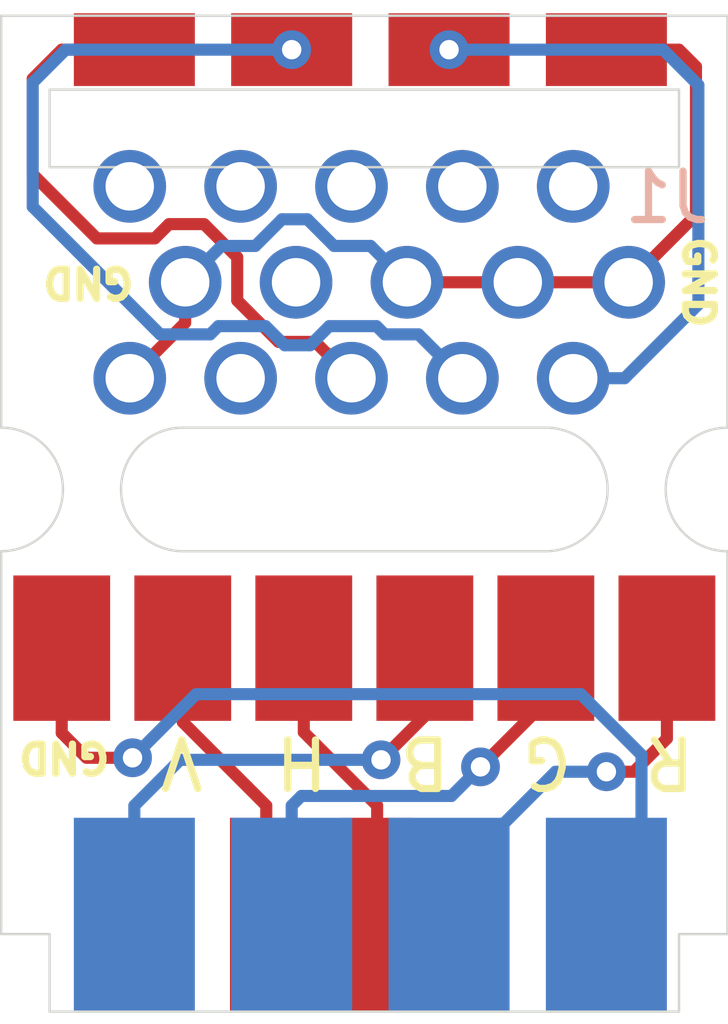
<source format=kicad_pcb>
(kicad_pcb (version 20171130) (host pcbnew "(5.1.5)-3")

  (general
    (thickness 1.6)
    (drawings 24)
    (tracks 85)
    (zones 0)
    (modules 29)
    (nets 12)
  )

  (page A4)
  (layers
    (0 F.Cu signal)
    (31 B.Cu signal)
    (32 B.Adhes user)
    (33 F.Adhes user)
    (34 B.Paste user)
    (35 F.Paste user)
    (36 B.SilkS user)
    (37 F.SilkS user)
    (38 B.Mask user)
    (39 F.Mask user)
    (40 Dwgs.User user)
    (41 Cmts.User user)
    (42 Eco1.User user)
    (43 Eco2.User user)
    (44 Edge.Cuts user)
    (45 Margin user)
    (46 B.CrtYd user)
    (47 F.CrtYd user)
    (48 B.Fab user hide)
    (49 F.Fab user hide)
  )

  (setup
    (last_trace_width 0.25)
    (trace_clearance 0.2)
    (zone_clearance 0.508)
    (zone_45_only no)
    (trace_min 0.2)
    (via_size 0.8)
    (via_drill 0.4)
    (via_min_size 0.4)
    (via_min_drill 0.3)
    (uvia_size 0.3)
    (uvia_drill 0.1)
    (uvias_allowed no)
    (uvia_min_size 0.2)
    (uvia_min_drill 0.1)
    (edge_width 0.05)
    (segment_width 0.2)
    (pcb_text_width 0.3)
    (pcb_text_size 1.5 1.5)
    (mod_edge_width 0.12)
    (mod_text_size 1 1)
    (mod_text_width 0.15)
    (pad_size 2 3)
    (pad_drill 0)
    (pad_to_mask_clearance 0.051)
    (solder_mask_min_width 0.25)
    (aux_axis_origin 0 0)
    (visible_elements 7FFFFFFF)
    (pcbplotparams
      (layerselection 0x010fc_ffffffff)
      (usegerberextensions true)
      (usegerberattributes false)
      (usegerberadvancedattributes false)
      (creategerberjobfile false)
      (excludeedgelayer true)
      (linewidth 0.100000)
      (plotframeref false)
      (viasonmask false)
      (mode 1)
      (useauxorigin false)
      (hpglpennumber 1)
      (hpglpenspeed 20)
      (hpglpendiameter 15.000000)
      (psnegative false)
      (psa4output false)
      (plotreference true)
      (plotvalue true)
      (plotinvisibletext false)
      (padsonsilk false)
      (subtractmaskfromsilk false)
      (outputformat 1)
      (mirror false)
      (drillshape 0)
      (scaleselection 1)
      (outputdirectory "Gerber/"))
  )

  (net 0 "")
  (net 1 GND)
  (net 2 RED)
  (net 3 GREEN)
  (net 4 BLUE)
  (net 5 "Net-(J1-Pad4)")
  (net 6 "Net-(J1-Pad9)")
  (net 7 "Net-(J1-Pad11)")
  (net 8 "Net-(J1-Pad12)")
  (net 9 HSYNC)
  (net 10 VSYNC)
  (net 11 "Net-(J1-Pad15)")

  (net_class Default "This is the default net class."
    (clearance 0.2)
    (trace_width 0.25)
    (via_dia 0.8)
    (via_drill 0.4)
    (uvia_dia 0.3)
    (uvia_drill 0.1)
    (add_net BLUE)
    (add_net GND)
    (add_net GREEN)
    (add_net HSYNC)
    (add_net "Net-(J1-Pad11)")
    (add_net "Net-(J1-Pad12)")
    (add_net "Net-(J1-Pad15)")
    (add_net "Net-(J1-Pad4)")
    (add_net "Net-(J1-Pad9)")
    (add_net RED)
    (add_net VSYNC)
  )

  (module Tinkerplunk:VGA_STRAIGHT (layer B.Cu) (tedit 5EF6C76A) (tstamp 5ED9D820)
    (at 161.5 96 180)
    (path /5ED9D2EB)
    (fp_text reference J1 (at -6.25 1.75) (layer B.SilkS)
      (effects (font (size 1 1) (thickness 0.15)) (justify mirror))
    )
    (fp_text value DB15_Female_HighDensity (at -18 7.25) (layer B.Fab) hide
      (effects (font (size 1 1) (thickness 0.15)) (justify mirror))
    )
    (pad 6 thru_hole circle (at -5.46 0 180) (size 1.5 1.5) (drill 1) (layers *.Cu *.Mask)
      (net 1 GND))
    (pad 11 thru_hole circle (at -4.315 1.98 180) (size 1.5 1.5) (drill 1) (layers *.Cu *.Mask)
      (net 7 "Net-(J1-Pad11)"))
    (pad 12 thru_hole circle (at -2.025 1.98 180) (size 1.5 1.5) (drill 1) (layers *.Cu *.Mask)
      (net 8 "Net-(J1-Pad12)"))
    (pad 13 thru_hole circle (at 0.265 1.98 180) (size 1.5 1.5) (drill 1) (layers *.Cu *.Mask)
      (net 9 HSYNC))
    (pad 14 thru_hole circle (at 2.555 1.98 180) (size 1.5 1.5) (drill 1) (layers *.Cu *.Mask)
      (net 10 VSYNC))
    (pad 15 thru_hole circle (at 4.845 1.98 180) (size 1.5 1.5) (drill 1) (layers *.Cu *.Mask)
      (net 11 "Net-(J1-Pad15)"))
    (pad 7 thru_hole circle (at -3.17 0 180) (size 1.5 1.5) (drill 1) (layers *.Cu *.Mask)
      (net 1 GND))
    (pad 8 thru_hole circle (at -0.88 0 180) (size 1.5 1.5) (drill 1) (layers *.Cu *.Mask)
      (net 1 GND))
    (pad 9 thru_hole circle (at 1.41 0 180) (size 1.5 1.5) (drill 1) (layers *.Cu *.Mask)
      (net 6 "Net-(J1-Pad9)"))
    (pad 10 thru_hole circle (at 3.7 0 180) (size 1.5 1.5) (drill 1) (layers *.Cu *.Mask)
      (net 1 GND))
    (pad 1 thru_hole circle (at -4.315 -1.98 180) (size 1.5 1.5) (drill 1) (layers *.Cu *.Mask)
      (net 2 RED))
    (pad 2 thru_hole circle (at -2.025 -1.98 180) (size 1.5 1.5) (drill 1) (layers *.Cu *.Mask)
      (net 3 GREEN))
    (pad 3 thru_hole circle (at 0.265 -1.98 180) (size 1.5 1.5) (drill 1) (layers *.Cu *.Mask)
      (net 4 BLUE))
    (pad 4 thru_hole circle (at 2.555 -1.98 180) (size 1.5 1.5) (drill 1) (layers *.Cu *.Mask)
      (net 5 "Net-(J1-Pad4)"))
    (pad 5 thru_hole circle (at 4.845 -1.98 180) (size 1.5 1.5) (drill 1) (layers *.Cu *.Mask)
      (net 1 GND))
    (model "${GITHUB}/Tinkerplunk-KiCAD-Footprints/Tinkerplunk.pretty/3D Models/VGA_STRAIGHT.stp"
      (offset (xyz -0.5 0.25 6))
      (scale (xyz 1 1 1))
      (rotate (xyz 90 0 0))
    )
  )

  (module Measurement_Points:Measurement_Point_Square-SMD-Pad_Small (layer B.Cu) (tedit 5ED9E51F) (tstamp 5ED9E66D)
    (at 166.5 109.05)
    (descr "Mesurement Point, Square, SMD Pad,  1.5mm x 1.5mm,")
    (tags "Mesurement Point Square SMD Pad 1.5x1.5mm")
    (attr virtual)
    (fp_text reference REF** (at 0 4) (layer B.SilkS) hide
      (effects (font (size 1 1) (thickness 0.15)) (justify mirror))
    )
    (fp_text value Measurement_Point_Square-SMD-Pad_Small (at 0 -5.25) (layer B.Fab) hide
      (effects (font (size 1 1) (thickness 0.15)) (justify mirror))
    )
    (fp_line (start -1.5 -2.25) (end -1.5 2.25) (layer B.CrtYd) (width 0.05))
    (fp_line (start 1.5 -2.25) (end -1.5 -2.25) (layer B.CrtYd) (width 0.05))
    (fp_line (start 1.5 2.25) (end 1.5 -2.25) (layer B.CrtYd) (width 0.05))
    (fp_line (start -1.5 2.25) (end 1.5 2.25) (layer B.CrtYd) (width 0.05))
    (pad 1 smd rect (at 0 0) (size 2.5 4) (layers B.Cu B.Mask)
      (net 1 GND))
  )

  (module Measurement_Points:Measurement_Point_Square-SMD-Pad_Small (layer B.Cu) (tedit 5EF6C8AB) (tstamp 5ED9E655)
    (at 163.25 109.05)
    (descr "Mesurement Point, Square, SMD Pad,  1.5mm x 1.5mm,")
    (tags "Mesurement Point Square SMD Pad 1.5x1.5mm")
    (attr virtual)
    (fp_text reference REF** (at 0 4) (layer B.SilkS) hide
      (effects (font (size 1 1) (thickness 0.15)) (justify mirror))
    )
    (fp_text value Measurement_Point_Square-SMD-Pad_Small (at 0 -5.25) (layer B.Fab) hide
      (effects (font (size 1 1) (thickness 0.15)) (justify mirror))
    )
    (fp_line (start -1.5 2.25) (end 1.5 2.25) (layer B.CrtYd) (width 0.05))
    (fp_line (start 1.5 2.25) (end 1.5 -2.25) (layer B.CrtYd) (width 0.05))
    (fp_line (start 1.5 -2.25) (end -1.5 -2.25) (layer B.CrtYd) (width 0.05))
    (fp_line (start -1.5 -2.25) (end -1.5 2.25) (layer B.CrtYd) (width 0.05))
    (pad 1 smd rect (at 0 0) (size 2.5 4) (layers B.Cu B.Mask)
      (net 2 RED))
  )

  (module Measurement_Points:Measurement_Point_Square-SMD-Pad_Small (layer B.Cu) (tedit 5ED9E52D) (tstamp 5ED9E63D)
    (at 160 109.05)
    (descr "Mesurement Point, Square, SMD Pad,  1.5mm x 1.5mm,")
    (tags "Mesurement Point Square SMD Pad 1.5x1.5mm")
    (attr virtual)
    (fp_text reference REF** (at 0 4) (layer B.SilkS) hide
      (effects (font (size 1 1) (thickness 0.15)) (justify mirror))
    )
    (fp_text value Measurement_Point_Square-SMD-Pad_Small (at 0 -5.25) (layer B.Fab) hide
      (effects (font (size 1 1) (thickness 0.15)) (justify mirror))
    )
    (fp_line (start -1.5 -2.25) (end -1.5 2.25) (layer B.CrtYd) (width 0.05))
    (fp_line (start 1.5 -2.25) (end -1.5 -2.25) (layer B.CrtYd) (width 0.05))
    (fp_line (start 1.5 2.25) (end 1.5 -2.25) (layer B.CrtYd) (width 0.05))
    (fp_line (start -1.5 2.25) (end 1.5 2.25) (layer B.CrtYd) (width 0.05))
    (pad 1 smd rect (at 0 0) (size 2.5 4) (layers B.Cu B.Mask)
      (net 3 GREEN))
  )

  (module Measurement_Points:Measurement_Point_Square-SMD-Pad_Small (layer B.Cu) (tedit 5EF6C8A2) (tstamp 5ED9E55E)
    (at 156.75 109.05)
    (descr "Mesurement Point, Square, SMD Pad,  1.5mm x 1.5mm,")
    (tags "Mesurement Point Square SMD Pad 1.5x1.5mm")
    (attr virtual)
    (fp_text reference REF** (at 0 4) (layer B.SilkS) hide
      (effects (font (size 1 1) (thickness 0.15)) (justify mirror))
    )
    (fp_text value Measurement_Point_Square-SMD-Pad_Small (at 0 -5.25) (layer B.Fab) hide
      (effects (font (size 1 1) (thickness 0.15)) (justify mirror))
    )
    (fp_line (start -1.5 2.25) (end 1.5 2.25) (layer B.CrtYd) (width 0.05))
    (fp_line (start 1.5 2.25) (end 1.5 -2.25) (layer B.CrtYd) (width 0.05))
    (fp_line (start 1.5 -2.25) (end -1.5 -2.25) (layer B.CrtYd) (width 0.05))
    (fp_line (start -1.5 -2.25) (end -1.5 2.25) (layer B.CrtYd) (width 0.05))
    (pad 1 smd rect (at 0 0) (size 2.5 4) (layers B.Cu B.Mask)
      (net 4 BLUE))
  )

  (module Measurement_Points:Measurement_Point_Square-SMD-Pad_Small (layer F.Cu) (tedit 5ED9E44D) (tstamp 5ED9E545)
    (at 166.5 91.2 90)
    (descr "Mesurement Point, Square, SMD Pad,  1.5mm x 1.5mm,")
    (tags "Mesurement Point Square SMD Pad 1.5x1.5mm")
    (attr virtual)
    (fp_text reference REF** (at 0 -5 90) (layer F.SilkS) hide
      (effects (font (size 1 1) (thickness 0.15)))
    )
    (fp_text value Measurement_Point_Square-SMD-Pad_Small (at 0 5 90) (layer F.Fab) hide
      (effects (font (size 1 1) (thickness 0.15)))
    )
    (fp_line (start -1 -1.5) (end 1 -1.5) (layer F.CrtYd) (width 0.05))
    (fp_line (start 1 -1.5) (end 1 1.5) (layer F.CrtYd) (width 0.05))
    (fp_line (start 1 1.5) (end -1 1.5) (layer F.CrtYd) (width 0.05))
    (fp_line (start -1 1.5) (end -1 -1.5) (layer F.CrtYd) (width 0.05))
    (pad 1 smd rect (at 0 0 90) (size 1.5 2.5) (layers F.Cu F.Mask)
      (net 1 GND))
  )

  (module Measurement_Points:Measurement_Point_Square-SMD-Pad_Small (layer F.Cu) (tedit 5EF6C888) (tstamp 5ED9E52D)
    (at 163.25 91.2 90)
    (descr "Mesurement Point, Square, SMD Pad,  1.5mm x 1.5mm,")
    (tags "Mesurement Point Square SMD Pad 1.5x1.5mm")
    (attr virtual)
    (fp_text reference REF** (at 0 -5 90) (layer F.SilkS) hide
      (effects (font (size 1 1) (thickness 0.15)))
    )
    (fp_text value Measurement_Point_Square-SMD-Pad_Small (at 0 5 90) (layer F.Fab) hide
      (effects (font (size 1 1) (thickness 0.15)))
    )
    (fp_line (start -1 1.5) (end -1 -1.5) (layer F.CrtYd) (width 0.05))
    (fp_line (start 1 1.5) (end -1 1.5) (layer F.CrtYd) (width 0.05))
    (fp_line (start 1 -1.5) (end 1 1.5) (layer F.CrtYd) (width 0.05))
    (fp_line (start -1 -1.5) (end 1 -1.5) (layer F.CrtYd) (width 0.05))
    (pad 1 smd rect (at 0 0 90) (size 1.5 2.5) (layers F.Cu F.Mask)
      (net 2 RED))
  )

  (module Measurement_Points:Measurement_Point_Square-SMD-Pad_Small (layer F.Cu) (tedit 5ED9E458) (tstamp 5ED9E515)
    (at 160 91.2 90)
    (descr "Mesurement Point, Square, SMD Pad,  1.5mm x 1.5mm,")
    (tags "Mesurement Point Square SMD Pad 1.5x1.5mm")
    (attr virtual)
    (fp_text reference REF** (at 0 -5 90) (layer F.SilkS) hide
      (effects (font (size 1 1) (thickness 0.15)))
    )
    (fp_text value Measurement_Point_Square-SMD-Pad_Small (at 26.2 -6 90) (layer F.Fab) hide
      (effects (font (size 1 1) (thickness 0.15)))
    )
    (fp_line (start -1 -1.5) (end 1 -1.5) (layer F.CrtYd) (width 0.05))
    (fp_line (start 1 -1.5) (end 1 1.5) (layer F.CrtYd) (width 0.05))
    (fp_line (start 1 1.5) (end -1 1.5) (layer F.CrtYd) (width 0.05))
    (fp_line (start -1 1.5) (end -1 -1.5) (layer F.CrtYd) (width 0.05))
    (pad 1 smd rect (at 0 0 90) (size 1.5 2.5) (layers F.Cu F.Mask)
      (net 3 GREEN))
  )

  (module Measurement_Points:Measurement_Point_Square-SMD-Pad_Small (layer F.Cu) (tedit 5EF6C891) (tstamp 5ED9E3AA)
    (at 156.75 91.2 90)
    (descr "Mesurement Point, Square, SMD Pad,  1.5mm x 1.5mm,")
    (tags "Mesurement Point Square SMD Pad 1.5x1.5mm")
    (attr virtual)
    (fp_text reference REF** (at 0 -5 90) (layer F.SilkS) hide
      (effects (font (size 1 1) (thickness 0.15)))
    )
    (fp_text value Measurement_Point_Square-SMD-Pad_Small (at 26.1 3.05 90) (layer F.Fab) hide
      (effects (font (size 1 1) (thickness 0.15)))
    )
    (fp_line (start -1 1.5) (end -1 -1.5) (layer F.CrtYd) (width 0.05))
    (fp_line (start 1 1.5) (end -1 1.5) (layer F.CrtYd) (width 0.05))
    (fp_line (start 1 -1.5) (end 1 1.5) (layer F.CrtYd) (width 0.05))
    (fp_line (start -1 -1.5) (end 1 -1.5) (layer F.CrtYd) (width 0.05))
    (pad 1 smd rect (at 0 0 90) (size 1.5 2.5) (layers F.Cu F.Mask)
      (net 4 BLUE))
  )

  (module Measurement_Points:Measurement_Point_Square-SMD-Pad_Small (layer F.Cu) (tedit 5ED9E515) (tstamp 5ED9E2DB)
    (at 161.765 109.05)
    (descr "Mesurement Point, Square, SMD Pad,  1.5mm x 1.5mm,")
    (tags "Mesurement Point Square SMD Pad 1.5x1.5mm")
    (attr virtual)
    (fp_text reference REF** (at 0 -2) (layer F.SilkS) hide
      (effects (font (size 1 1) (thickness 0.15)))
    )
    (fp_text value Measurement_Point_Square-SMD-Pad_Small (at 0 2) (layer F.Fab) hide
      (effects (font (size 1 1) (thickness 0.15)))
    )
    (fp_line (start -1 2.25) (end -1 -2.25) (layer F.CrtYd) (width 0.05))
    (fp_line (start 1 2.25) (end -1 2.25) (layer F.CrtYd) (width 0.05))
    (fp_line (start 1 -2.25) (end 1 2.25) (layer F.CrtYd) (width 0.05))
    (fp_line (start -1 -2.25) (end 1 -2.25) (layer F.CrtYd) (width 0.05))
    (pad 1 smd rect (at 0 0) (size 1.5 4) (layers F.Cu F.Mask)
      (net 9 HSYNC))
  )

  (module Measurement_Points:Measurement_Point_Square-SMD-Pad_Small (layer F.Cu) (tedit 5EF6C865) (tstamp 5ED9E2CB)
    (at 159.475 109.05)
    (descr "Mesurement Point, Square, SMD Pad,  1.5mm x 1.5mm,")
    (tags "Mesurement Point Square SMD Pad 1.5x1.5mm")
    (attr virtual)
    (fp_text reference REF** (at 0 -2) (layer F.SilkS) hide
      (effects (font (size 1 1) (thickness 0.15)))
    )
    (fp_text value Measurement_Point_Square-SMD-Pad_Small (at 0 2) (layer F.Fab) hide
      (effects (font (size 1 1) (thickness 0.15)))
    )
    (fp_line (start -1 -2.25) (end 1 -2.25) (layer F.CrtYd) (width 0.05))
    (fp_line (start 1 -2.25) (end 1 2.25) (layer F.CrtYd) (width 0.05))
    (fp_line (start 1 2.25) (end -1 2.25) (layer F.CrtYd) (width 0.05))
    (fp_line (start -1 2.25) (end -1 -2.25) (layer F.CrtYd) (width 0.05))
    (pad 1 smd rect (at 0 0) (size 1.5 4) (layers F.Cu F.Mask)
      (net 10 VSYNC))
  )

  (module Measurement_Points:Measurement_Point_Square-SMD-Pad_Small (layer F.Cu) (tedit 5EF6C8D6) (tstamp 5ED9E052)
    (at 167.75 103.55)
    (descr "Mesurement Point, Square, SMD Pad,  1.5mm x 1.5mm,")
    (tags "Mesurement Point Square SMD Pad 1.5x1.5mm")
    (attr virtual)
    (fp_text reference REF** (at 0 -2) (layer F.SilkS) hide
      (effects (font (size 1 1) (thickness 0.15)))
    )
    (fp_text value Measurement_Point_Square-SMD-Pad_Small (at 0 2) (layer F.Fab) hide
      (effects (font (size 1 1) (thickness 0.15)))
    )
    (fp_line (start -1.25 1.75) (end -1.25 -1.75) (layer F.CrtYd) (width 0.05))
    (fp_line (start 1.25 1.75) (end -1.25 1.75) (layer F.CrtYd) (width 0.05))
    (fp_line (start 1.25 -1.75) (end 1.25 1.75) (layer F.CrtYd) (width 0.05))
    (fp_line (start -1.25 -1.75) (end 1.25 -1.75) (layer F.CrtYd) (width 0.05))
    (pad 1 smd rect (at 0 0) (size 2 3) (layers F.Cu F.Mask)
      (net 2 RED))
  )

  (module Measurement_Points:Measurement_Point_Square-SMD-Pad_Small (layer F.Cu) (tedit 5EF6C8DC) (tstamp 5ED9E042)
    (at 165.25 103.55)
    (descr "Mesurement Point, Square, SMD Pad,  1.5mm x 1.5mm,")
    (tags "Mesurement Point Square SMD Pad 1.5x1.5mm")
    (attr virtual)
    (fp_text reference REF** (at 0 -2) (layer F.SilkS) hide
      (effects (font (size 1 1) (thickness 0.15)))
    )
    (fp_text value Measurement_Point_Square-SMD-Pad_Small (at 0 2) (layer F.Fab) hide
      (effects (font (size 1 1) (thickness 0.15)))
    )
    (fp_line (start -1.25 -1.75) (end 1.25 -1.75) (layer F.CrtYd) (width 0.05))
    (fp_line (start 1.25 -1.75) (end 1.25 1.75) (layer F.CrtYd) (width 0.05))
    (fp_line (start 1.25 1.75) (end -1.25 1.75) (layer F.CrtYd) (width 0.05))
    (fp_line (start -1.25 1.75) (end -1.25 -1.75) (layer F.CrtYd) (width 0.05))
    (pad 1 smd rect (at 0 0) (size 2 3) (layers F.Cu F.Mask)
      (net 3 GREEN))
  )

  (module Measurement_Points:Measurement_Point_Square-SMD-Pad_Small (layer F.Cu) (tedit 5EF6C8E2) (tstamp 5ED9E032)
    (at 162.75 103.55)
    (descr "Mesurement Point, Square, SMD Pad,  1.5mm x 1.5mm,")
    (tags "Mesurement Point Square SMD Pad 1.5x1.5mm")
    (attr virtual)
    (fp_text reference REF** (at 0 -2) (layer F.SilkS) hide
      (effects (font (size 1 1) (thickness 0.15)))
    )
    (fp_text value Measurement_Point_Square-SMD-Pad_Small (at 0 2) (layer F.Fab) hide
      (effects (font (size 1 1) (thickness 0.15)))
    )
    (fp_line (start -1.25 1.75) (end -1.25 -1.75) (layer F.CrtYd) (width 0.05))
    (fp_line (start 1.25 1.75) (end -1.25 1.75) (layer F.CrtYd) (width 0.05))
    (fp_line (start 1.25 -1.75) (end 1.25 1.75) (layer F.CrtYd) (width 0.05))
    (fp_line (start -1.25 -1.75) (end 1.25 -1.75) (layer F.CrtYd) (width 0.05))
    (pad 1 smd rect (at 0 0) (size 2 3) (layers F.Cu F.Mask)
      (net 4 BLUE))
  )

  (module Measurement_Points:Measurement_Point_Square-SMD-Pad_Small (layer F.Cu) (tedit 5EF6C8E9) (tstamp 5ED9E022)
    (at 160.25 103.55)
    (descr "Mesurement Point, Square, SMD Pad,  1.5mm x 1.5mm,")
    (tags "Mesurement Point Square SMD Pad 1.5x1.5mm")
    (attr virtual)
    (fp_text reference REF** (at 0 -2) (layer F.SilkS) hide
      (effects (font (size 1 1) (thickness 0.15)))
    )
    (fp_text value Measurement_Point_Square-SMD-Pad_Small (at 0 2) (layer F.Fab) hide
      (effects (font (size 1 1) (thickness 0.15)))
    )
    (fp_line (start -1.25 -1.75) (end 1.25 -1.75) (layer F.CrtYd) (width 0.05))
    (fp_line (start 1.25 -1.75) (end 1.25 1.75) (layer F.CrtYd) (width 0.05))
    (fp_line (start 1.25 1.75) (end -1.25 1.75) (layer F.CrtYd) (width 0.05))
    (fp_line (start -1.25 1.75) (end -1.25 -1.75) (layer F.CrtYd) (width 0.05))
    (pad 1 smd rect (at 0 0) (size 2 3) (layers F.Cu F.Mask)
      (net 9 HSYNC))
  )

  (module Measurement_Points:Measurement_Point_Square-SMD-Pad_Small (layer F.Cu) (tedit 5EF6C8F0) (tstamp 5ED9E012)
    (at 157.75 103.55)
    (descr "Mesurement Point, Square, SMD Pad,  1.5mm x 1.5mm,")
    (tags "Mesurement Point Square SMD Pad 1.5x1.5mm")
    (attr virtual)
    (fp_text reference REF** (at 0 -2) (layer F.SilkS) hide
      (effects (font (size 1 1) (thickness 0.15)))
    )
    (fp_text value Measurement_Point_Square-SMD-Pad_Small (at 0 2) (layer F.Fab) hide
      (effects (font (size 1 1) (thickness 0.15)))
    )
    (fp_line (start -1.25 1.75) (end -1.25 -1.75) (layer F.CrtYd) (width 0.05))
    (fp_line (start 1.25 1.75) (end -1.25 1.75) (layer F.CrtYd) (width 0.05))
    (fp_line (start 1.25 -1.75) (end 1.25 1.75) (layer F.CrtYd) (width 0.05))
    (fp_line (start -1.25 -1.75) (end 1.25 -1.75) (layer F.CrtYd) (width 0.05))
    (pad 1 smd rect (at 0 0) (size 2 3) (layers F.Cu F.Mask)
      (net 10 VSYNC))
  )

  (module Measurement_Points:Measurement_Point_Square-SMD-Pad_Small (layer F.Cu) (tedit 5EF6C8F7) (tstamp 5ED9DDD3)
    (at 155.25 103.55)
    (descr "Mesurement Point, Square, SMD Pad,  1.5mm x 1.5mm,")
    (tags "Mesurement Point Square SMD Pad 1.5x1.5mm")
    (attr virtual)
    (fp_text reference REF** (at 0 -2) (layer F.SilkS) hide
      (effects (font (size 1 1) (thickness 0.15)))
    )
    (fp_text value Measurement_Point_Square-SMD-Pad_Small (at 0 2) (layer F.Fab) hide
      (effects (font (size 1 1) (thickness 0.15)))
    )
    (fp_line (start -1.25 -1.75) (end 1.25 -1.75) (layer F.CrtYd) (width 0.05))
    (fp_line (start 1.25 -1.75) (end 1.25 1.75) (layer F.CrtYd) (width 0.05))
    (fp_line (start 1.25 1.75) (end -1.25 1.75) (layer F.CrtYd) (width 0.05))
    (fp_line (start -1.25 1.75) (end -1.25 -1.75) (layer F.CrtYd) (width 0.05))
    (pad 1 smd rect (at 0 0) (size 2 3) (layers F.Cu F.Mask)
      (net 1 GND))
  )

  (module Mounting_Holes:MountingHole_2.2mm_M2 (layer F.Cu) (tedit 5ED9DA50) (tstamp 5ED9DD00)
    (at 167.125 99.75)
    (descr "Mounting Hole 2.2mm, no annular, M2")
    (tags "mounting hole 2.2mm no annular m2")
    (attr virtual)
    (fp_text reference REF** (at 0 -3.2) (layer F.SilkS) hide
      (effects (font (size 1 1) (thickness 0.15)))
    )
    (fp_text value MountingHole_2.2mm_M2 (at 0 3.2) (layer F.Fab) hide
      (effects (font (size 1 1) (thickness 0.15)))
    )
    (fp_text user %R (at 0.3 0) (layer F.Fab) hide
      (effects (font (size 1 1) (thickness 0.15)))
    )
    (pad "" np_thru_hole circle (at 0 1.65) (size 0.3 0.3) (drill 0.3) (layers *.Cu *.Mask))
  )

  (module Mounting_Holes:MountingHole_2.2mm_M2 (layer F.Cu) (tedit 5ED9DA50) (tstamp 5ED9DCFB)
    (at 166.375 99.15)
    (descr "Mounting Hole 2.2mm, no annular, M2")
    (tags "mounting hole 2.2mm no annular m2")
    (attr virtual)
    (fp_text reference REF** (at 0 -3.2) (layer F.SilkS) hide
      (effects (font (size 1 1) (thickness 0.15)))
    )
    (fp_text value MountingHole_2.2mm_M2 (at 0 3.2) (layer F.Fab) hide
      (effects (font (size 1 1) (thickness 0.15)))
    )
    (fp_text user %R (at 0.3 0) (layer F.Fab) hide
      (effects (font (size 1 1) (thickness 0.15)))
    )
    (pad "" np_thru_hole circle (at 0 0) (size 0.3 0.3) (drill 0.3) (layers *.Cu *.Mask))
  )

  (module Mounting_Holes:MountingHole_2.2mm_M2 (layer F.Cu) (tedit 5ED9DA50) (tstamp 5ED9DCF6)
    (at 167.875 99.75)
    (descr "Mounting Hole 2.2mm, no annular, M2")
    (tags "mounting hole 2.2mm no annular m2")
    (attr virtual)
    (fp_text reference REF** (at 0 -3.2) (layer F.SilkS) hide
      (effects (font (size 1 1) (thickness 0.15)))
    )
    (fp_text value MountingHole_2.2mm_M2 (at 0 3.2) (layer F.Fab) hide
      (effects (font (size 1 1) (thickness 0.15)))
    )
    (fp_text user %R (at 0.3 0) (layer F.Fab) hide
      (effects (font (size 1 1) (thickness 0.15)))
    )
    (pad "" np_thru_hole circle (at 0 1.65) (size 0.3 0.3) (drill 0.3) (layers *.Cu *.Mask))
  )

  (module Mounting_Holes:MountingHole_2.2mm_M2 (layer F.Cu) (tedit 5ED9DA50) (tstamp 5ED9DCF1)
    (at 168.25 99.15)
    (descr "Mounting Hole 2.2mm, no annular, M2")
    (tags "mounting hole 2.2mm no annular m2")
    (attr virtual)
    (fp_text reference REF** (at 0 -3.2) (layer F.SilkS) hide
      (effects (font (size 1 1) (thickness 0.15)))
    )
    (fp_text value MountingHole_2.2mm_M2 (at 0 3.2) (layer F.Fab) hide
      (effects (font (size 1 1) (thickness 0.15)))
    )
    (fp_text user %R (at 0.3 0) (layer F.Fab) hide
      (effects (font (size 1 1) (thickness 0.15)))
    )
    (pad "" np_thru_hole circle (at -0.375 0) (size 0.3 0.3) (drill 0.3) (layers *.Cu *.Mask))
  )

  (module Mounting_Holes:MountingHole_2.2mm_M2 (layer F.Cu) (tedit 5ED9DA50) (tstamp 5ED9DCEC)
    (at 167.125 99.15)
    (descr "Mounting Hole 2.2mm, no annular, M2")
    (tags "mounting hole 2.2mm no annular m2")
    (attr virtual)
    (fp_text reference REF** (at 0 -3.2) (layer F.SilkS) hide
      (effects (font (size 1 1) (thickness 0.15)))
    )
    (fp_text value MountingHole_2.2mm_M2 (at 0 3.2) (layer F.Fab) hide
      (effects (font (size 1 1) (thickness 0.15)))
    )
    (fp_text user %R (at 0.3 0) (layer F.Fab) hide
      (effects (font (size 1 1) (thickness 0.15)))
    )
    (pad "" np_thru_hole circle (at 0 0) (size 0.3 0.3) (drill 0.3) (layers *.Cu *.Mask))
  )

  (module Mounting_Holes:MountingHole_2.2mm_M2 (layer F.Cu) (tedit 5ED9DA50) (tstamp 5ED9DCE7)
    (at 166.375 101.4)
    (descr "Mounting Hole 2.2mm, no annular, M2")
    (tags "mounting hole 2.2mm no annular m2")
    (attr virtual)
    (fp_text reference REF** (at 0 -3.2) (layer F.SilkS) hide
      (effects (font (size 1 1) (thickness 0.15)))
    )
    (fp_text value MountingHole_2.2mm_M2 (at 0 3.2) (layer F.Fab) hide
      (effects (font (size 1 1) (thickness 0.15)))
    )
    (fp_text user %R (at 0.3 0) (layer F.Fab) hide
      (effects (font (size 1 1) (thickness 0.15)))
    )
    (pad "" np_thru_hole circle (at 0 0) (size 0.3 0.3) (drill 0.3) (layers *.Cu *.Mask))
  )

  (module Mounting_Holes:MountingHole_2.2mm_M2 (layer F.Cu) (tedit 5ED9DA50) (tstamp 5ED9DC97)
    (at 155.125 101.45)
    (descr "Mounting Hole 2.2mm, no annular, M2")
    (tags "mounting hole 2.2mm no annular m2")
    (attr virtual)
    (fp_text reference REF** (at 0 -3.2) (layer F.SilkS) hide
      (effects (font (size 1 1) (thickness 0.15)))
    )
    (fp_text value MountingHole_2.2mm_M2 (at 0 3.2) (layer F.Fab) hide
      (effects (font (size 1 1) (thickness 0.15)))
    )
    (fp_text user %R (at 0.3 0) (layer F.Fab) hide
      (effects (font (size 1 1) (thickness 0.15)))
    )
    (pad "" np_thru_hole circle (at 0 -0.05) (size 0.3 0.3) (drill 0.3) (layers *.Cu *.Mask))
  )

  (module Mounting_Holes:MountingHole_2.2mm_M2 (layer F.Cu) (tedit 5ED9DA50) (tstamp 5ED9DC92)
    (at 156.625 101.45)
    (descr "Mounting Hole 2.2mm, no annular, M2")
    (tags "mounting hole 2.2mm no annular m2")
    (attr virtual)
    (fp_text reference REF** (at 0 -3.2) (layer F.SilkS) hide
      (effects (font (size 1 1) (thickness 0.15)))
    )
    (fp_text value MountingHole_2.2mm_M2 (at 0 3.2) (layer F.Fab) hide
      (effects (font (size 1 1) (thickness 0.15)))
    )
    (fp_text user %R (at 0.3 0) (layer F.Fab) hide
      (effects (font (size 1 1) (thickness 0.15)))
    )
    (pad "" np_thru_hole circle (at 0 -0.05) (size 0.3 0.3) (drill 0.3) (layers *.Cu *.Mask))
  )

  (module Mounting_Holes:MountingHole_2.2mm_M2 (layer F.Cu) (tedit 5ED9DA50) (tstamp 5ED9DC8D)
    (at 155.875 101.45)
    (descr "Mounting Hole 2.2mm, no annular, M2")
    (tags "mounting hole 2.2mm no annular m2")
    (attr virtual)
    (fp_text reference REF** (at 0 -3.2) (layer F.SilkS) hide
      (effects (font (size 1 1) (thickness 0.15)))
    )
    (fp_text value MountingHole_2.2mm_M2 (at 0 3.2) (layer F.Fab) hide
      (effects (font (size 1 1) (thickness 0.15)))
    )
    (fp_text user %R (at 0.3 0) (layer F.Fab) hide
      (effects (font (size 1 1) (thickness 0.15)))
    )
    (pad "" np_thru_hole circle (at 0 -0.05) (size 0.3 0.3) (drill 0.3) (layers *.Cu *.Mask))
  )

  (module Mounting_Holes:MountingHole_2.2mm_M2 (layer F.Cu) (tedit 5ED9DA50) (tstamp 5ED9DC4B)
    (at 156.625 99.15)
    (descr "Mounting Hole 2.2mm, no annular, M2")
    (tags "mounting hole 2.2mm no annular m2")
    (attr virtual)
    (fp_text reference REF** (at 0 -3.2) (layer F.SilkS) hide
      (effects (font (size 1 1) (thickness 0.15)))
    )
    (fp_text value MountingHole_2.2mm_M2 (at 0 3.2) (layer F.Fab) hide
      (effects (font (size 1 1) (thickness 0.15)))
    )
    (fp_text user %R (at 0.3 0) (layer F.Fab) hide
      (effects (font (size 1 1) (thickness 0.15)))
    )
    (pad "" np_thru_hole circle (at 0 0) (size 0.3 0.3) (drill 0.3) (layers *.Cu *.Mask))
  )

  (module Mounting_Holes:MountingHole_2.2mm_M2 (layer F.Cu) (tedit 5ED9DA50) (tstamp 5ED9DC41)
    (at 155.875 99.15)
    (descr "Mounting Hole 2.2mm, no annular, M2")
    (tags "mounting hole 2.2mm no annular m2")
    (attr virtual)
    (fp_text reference REF** (at 0 -3.2) (layer F.SilkS) hide
      (effects (font (size 1 1) (thickness 0.15)))
    )
    (fp_text value MountingHole_2.2mm_M2 (at 0 3.2) (layer F.Fab) hide
      (effects (font (size 1 1) (thickness 0.15)))
    )
    (fp_text user %R (at 0.3 0) (layer F.Fab) hide
      (effects (font (size 1 1) (thickness 0.15)))
    )
    (pad "" np_thru_hole circle (at 0 0) (size 0.3 0.3) (drill 0.3) (layers *.Cu *.Mask))
  )

  (module Mounting_Holes:MountingHole_2.2mm_M2 (layer F.Cu) (tedit 5ED9DA50) (tstamp 5ED9DB0C)
    (at 155.125 99.15)
    (descr "Mounting Hole 2.2mm, no annular, M2")
    (tags "mounting hole 2.2mm no annular m2")
    (attr virtual)
    (fp_text reference REF** (at 0 -3.2) (layer F.SilkS) hide
      (effects (font (size 1 1) (thickness 0.15)))
    )
    (fp_text value MountingHole_2.2mm_M2 (at 0 3.2) (layer F.Fab) hide
      (effects (font (size 1 1) (thickness 0.15)))
    )
    (fp_text user %R (at 0.3 0) (layer F.Fab) hide
      (effects (font (size 1 1) (thickness 0.15)))
    )
    (pad "" np_thru_hole circle (at 0 0) (size 0.3 0.3) (drill 0.3) (layers *.Cu *.Mask))
  )

  (gr_text GND (at 155.8 96 180) (layer F.SilkS) (tstamp 5ED9F2EC)
    (effects (font (size 0.6 0.6) (thickness 0.15)))
  )
  (gr_text GND (at 168.4 96 270) (layer F.SilkS) (tstamp 5ED9F2EA)
    (effects (font (size 0.6 0.6) (thickness 0.15)))
  )
  (gr_text GND (at 155.3 105.8 180) (layer F.SilkS)
    (effects (font (size 0.6 0.6) (thickness 0.15)))
  )
  (gr_text "R  G  B  H  V" (at 162.8 105.9 180) (layer F.SilkS)
    (effects (font (size 1 1) (thickness 0.15)))
  )
  (gr_line (start 169 109.45) (end 168 109.45) (layer Edge.Cuts) (width 0.05) (tstamp 5ED9E091))
  (gr_line (start 168 109.45) (end 168 111.05) (layer Edge.Cuts) (width 0.05) (tstamp 5ED9E07B))
  (gr_line (start 154 109.45) (end 155 109.45) (layer Edge.Cuts) (width 0.05) (tstamp 5ED9E079))
  (gr_line (start 155 109.45) (end 155 111.05) (layer Edge.Cuts) (width 0.05) (tstamp 5ED9E063))
  (gr_arc (start 154 100.275) (end 154 101.55) (angle -180) (layer Edge.Cuts) (width 0.05))
  (gr_arc (start 169 100.275) (end 169 99) (angle -180) (layer Edge.Cuts) (width 0.05))
  (gr_arc (start 157.75 100.275) (end 157.75 99) (angle -180) (layer Edge.Cuts) (width 0.05))
  (gr_arc (start 165.25 100.275) (end 165.25 101.55) (angle -180) (layer Edge.Cuts) (width 0.05))
  (gr_line (start 157.75 101.55) (end 165.25 101.55) (layer Edge.Cuts) (width 0.05))
  (gr_line (start 157.75 99) (end 165.25 99) (layer Edge.Cuts) (width 0.05))
  (gr_line (start 168 93.625) (end 155 93.625) (layer Edge.Cuts) (width 0.05) (tstamp 5ED9DAA2))
  (gr_line (start 168 92.025) (end 168 93.625) (layer Edge.Cuts) (width 0.05))
  (gr_line (start 155 92.025) (end 168 92.025) (layer Edge.Cuts) (width 0.05))
  (gr_line (start 155 93.625) (end 155 92.025) (layer Edge.Cuts) (width 0.05))
  (gr_line (start 154 90.5) (end 154 99) (layer Edge.Cuts) (width 0.05))
  (gr_line (start 169 90.5) (end 169 99) (layer Edge.Cuts) (width 0.05))
  (gr_line (start 169 90.5) (end 154 90.5) (layer Edge.Cuts) (width 0.05))
  (gr_line (start 169 109.45) (end 169 101.55) (layer Edge.Cuts) (width 0.05))
  (gr_line (start 155 111.05) (end 168 111.05) (layer Edge.Cuts) (width 0.05))
  (gr_line (start 154 101.55) (end 154 109.45) (layer Edge.Cuts) (width 0.05))

  (segment (start 166.96 96) (end 162.38 96) (width 0.25) (layer F.Cu) (net 1))
  (segment (start 168.35001 91.55001) (end 168 91.2) (width 0.25) (layer F.Cu) (net 1))
  (segment (start 166.96 96) (end 168.35001 94.60999) (width 0.25) (layer F.Cu) (net 1))
  (segment (start 168 91.2) (end 166.5 91.2) (width 0.25) (layer F.Cu) (net 1))
  (segment (start 168.35001 94.60999) (end 168.35001 91.55001) (width 0.25) (layer F.Cu) (net 1))
  (segment (start 157.8 96.835) (end 156.655 97.98) (width 0.25) (layer F.Cu) (net 1))
  (segment (start 157.8 96) (end 157.8 96.835) (width 0.25) (layer F.Cu) (net 1))
  (segment (start 161.630001 95.250001) (end 162.38 96) (width 0.25) (layer B.Cu) (net 1))
  (segment (start 160.873999 95.250001) (end 161.630001 95.250001) (width 0.25) (layer B.Cu) (net 1))
  (segment (start 160.323998 94.7) (end 160.873999 95.250001) (width 0.25) (layer B.Cu) (net 1))
  (segment (start 159.798998 94.7) (end 160.323998 94.7) (width 0.25) (layer B.Cu) (net 1))
  (segment (start 159.248997 95.250001) (end 159.798998 94.7) (width 0.25) (layer B.Cu) (net 1))
  (segment (start 158.549999 95.250001) (end 159.248997 95.250001) (width 0.25) (layer B.Cu) (net 1))
  (segment (start 157.8 96) (end 158.549999 95.250001) (width 0.25) (layer B.Cu) (net 1))
  (segment (start 167.225001 107.574999) (end 167.225001 105.751999) (width 0.25) (layer B.Cu) (net 1))
  (segment (start 166.5 109.05) (end 166.5 108.3) (width 0.25) (layer B.Cu) (net 1))
  (segment (start 167.225001 105.751999) (end 165.973002 104.5) (width 0.25) (layer B.Cu) (net 1))
  (segment (start 166.5 108.3) (end 167.225001 107.574999) (width 0.25) (layer B.Cu) (net 1))
  (via (at 156.712347 105.812347) (size 0.8) (drill 0.4) (layers F.Cu B.Cu) (net 1))
  (segment (start 165.973002 104.5) (end 158.024694 104.5) (width 0.25) (layer B.Cu) (net 1))
  (segment (start 158.024694 104.5) (end 156.712347 105.812347) (width 0.25) (layer B.Cu) (net 1))
  (segment (start 155.25 105.3) (end 155.25 103.55) (width 0.25) (layer F.Cu) (net 1))
  (segment (start 155.762347 105.812347) (end 155.25 105.3) (width 0.25) (layer F.Cu) (net 1))
  (segment (start 156.712347 105.812347) (end 155.762347 105.812347) (width 0.25) (layer F.Cu) (net 1))
  (segment (start 166.87566 97.98) (end 168.4 96.45566) (width 0.25) (layer B.Cu) (net 2))
  (segment (start 165.815 97.98) (end 166.87566 97.98) (width 0.25) (layer B.Cu) (net 2))
  (via (at 163.25 91.2) (size 0.8) (drill 0.4) (layers F.Cu B.Cu) (net 2))
  (segment (start 167.669988 91.2) (end 163.25 91.2) (width 0.25) (layer B.Cu) (net 2))
  (segment (start 168.4 91.930012) (end 167.669988 91.2) (width 0.25) (layer B.Cu) (net 2))
  (segment (start 168.4 96.45566) (end 168.4 91.930012) (width 0.25) (layer B.Cu) (net 2))
  (segment (start 163.25 109.05) (end 163.25 108.3) (width 0.25) (layer B.Cu) (net 2))
  (via (at 166.5 106.1) (size 0.8) (drill 0.4) (layers F.Cu B.Cu) (net 2))
  (segment (start 165.45 106.1) (end 166.5 106.1) (width 0.25) (layer B.Cu) (net 2))
  (segment (start 163.25 108.3) (end 165.45 106.1) (width 0.25) (layer B.Cu) (net 2))
  (segment (start 167.75 105.3) (end 167.75 103.55) (width 0.25) (layer F.Cu) (net 2))
  (segment (start 167.75 105.415685) (end 167.75 105.3) (width 0.25) (layer F.Cu) (net 2))
  (segment (start 167.065685 106.1) (end 167.75 105.415685) (width 0.25) (layer F.Cu) (net 2))
  (segment (start 166.5 106.1) (end 167.065685 106.1) (width 0.25) (layer F.Cu) (net 2))
  (segment (start 154.64999 91.880022) (end 155.330012 91.2) (width 0.25) (layer B.Cu) (net 3))
  (segment (start 154.64999 94.440992) (end 154.64999 91.880022) (width 0.25) (layer B.Cu) (net 3))
  (segment (start 161.751001 96.904999) (end 160.776003 96.904999) (width 0.25) (layer B.Cu) (net 3))
  (segment (start 163.525 97.98) (end 162.620001 97.075001) (width 0.25) (layer B.Cu) (net 3))
  (segment (start 161.921003 97.075001) (end 161.751001 96.904999) (width 0.25) (layer B.Cu) (net 3))
  (segment (start 160.776003 96.904999) (end 160.381002 97.3) (width 0.25) (layer B.Cu) (net 3))
  (segment (start 162.620001 97.075001) (end 161.921003 97.075001) (width 0.25) (layer B.Cu) (net 3))
  (segment (start 160.381002 97.3) (end 159.856002 97.3) (width 0.25) (layer B.Cu) (net 3))
  (segment (start 159.461001 96.904999) (end 158.486003 96.904999) (width 0.25) (layer B.Cu) (net 3))
  (segment (start 158.486003 96.904999) (end 158.316001 97.075001) (width 0.25) (layer B.Cu) (net 3))
  (segment (start 158.316001 97.075001) (end 157.283999 97.075001) (width 0.25) (layer B.Cu) (net 3))
  (segment (start 159.856002 97.3) (end 159.461001 96.904999) (width 0.25) (layer B.Cu) (net 3))
  (segment (start 157.283999 97.075001) (end 154.64999 94.440992) (width 0.25) (layer B.Cu) (net 3))
  (segment (start 155.330012 91.2) (end 160 91.2) (width 0.25) (layer B.Cu) (net 3))
  (via (at 160 91.2) (size 0.8) (drill 0.4) (layers F.Cu B.Cu) (net 3))
  (via (at 163.9 106) (size 0.8) (drill 0.4) (layers F.Cu B.Cu) (net 3))
  (segment (start 165.25 104.65) (end 165.25 103.55) (width 0.25) (layer F.Cu) (net 3))
  (segment (start 163.9 106) (end 165.25 104.65) (width 0.25) (layer F.Cu) (net 3))
  (segment (start 160.2 106.6) (end 163.3 106.6) (width 0.25) (layer B.Cu) (net 3))
  (segment (start 163.3 106.6) (end 163.9 106) (width 0.25) (layer B.Cu) (net 3))
  (segment (start 160 109.05) (end 160 106.8) (width 0.25) (layer B.Cu) (net 3))
  (segment (start 160 106.8) (end 160.2 106.6) (width 0.25) (layer B.Cu) (net 3))
  (segment (start 155.975013 95.095001) (end 154.64999 93.769978) (width 0.25) (layer F.Cu) (net 4))
  (segment (start 154.64999 93.769978) (end 154.64999 91.80001) (width 0.25) (layer F.Cu) (net 4))
  (segment (start 157.466002 94.8) (end 157.171001 95.095001) (width 0.25) (layer F.Cu) (net 4))
  (segment (start 158.191002 94.8) (end 157.466002 94.8) (width 0.25) (layer F.Cu) (net 4))
  (segment (start 158.875001 95.483999) (end 158.191002 94.8) (width 0.25) (layer F.Cu) (net 4))
  (segment (start 155.25 91.2) (end 156.75 91.2) (width 0.25) (layer F.Cu) (net 4))
  (segment (start 158.875001 96.376003) (end 158.875001 95.483999) (width 0.25) (layer F.Cu) (net 4))
  (segment (start 154.64999 91.80001) (end 155.25 91.2) (width 0.25) (layer F.Cu) (net 4))
  (segment (start 159.728999 97.230001) (end 158.875001 96.376003) (width 0.25) (layer F.Cu) (net 4))
  (segment (start 160.485001 97.230001) (end 159.728999 97.230001) (width 0.25) (layer F.Cu) (net 4))
  (segment (start 157.171001 95.095001) (end 155.975013 95.095001) (width 0.25) (layer F.Cu) (net 4))
  (segment (start 161.235 97.98) (end 160.485001 97.230001) (width 0.25) (layer F.Cu) (net 4))
  (segment (start 156.75 109.05) (end 156.75 106.8) (width 0.25) (layer B.Cu) (net 4))
  (via (at 161.845153 105.854847) (size 0.8) (drill 0.4) (layers F.Cu B.Cu) (net 4))
  (segment (start 157.695153 105.854847) (end 161.845153 105.854847) (width 0.25) (layer B.Cu) (net 4))
  (segment (start 156.75 106.8) (end 157.695153 105.854847) (width 0.25) (layer B.Cu) (net 4))
  (segment (start 162.75 104.95) (end 162.75 103.55) (width 0.25) (layer F.Cu) (net 4))
  (segment (start 161.845153 105.854847) (end 162.75 104.95) (width 0.25) (layer F.Cu) (net 4))
  (segment (start 161.765 109.05) (end 161.765 106.8) (width 0.25) (layer F.Cu) (net 9))
  (segment (start 160.25 105.285) (end 160.25 103.55) (width 0.25) (layer F.Cu) (net 9))
  (segment (start 161.765 106.8) (end 160.25 105.285) (width 0.25) (layer F.Cu) (net 9))
  (segment (start 159.475 109.075) (end 159.475 109.05) (width 0.25) (layer F.Cu) (net 10))
  (segment (start 157.75 105.075) (end 157.75 103.55) (width 0.25) (layer F.Cu) (net 10))
  (segment (start 159.475 109.05) (end 159.475 106.8) (width 0.25) (layer F.Cu) (net 10))
  (segment (start 159.475 106.8) (end 157.75 105.075) (width 0.25) (layer F.Cu) (net 10))

)

</source>
